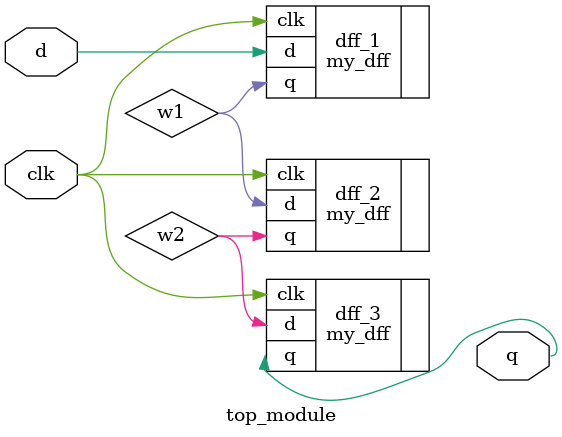
<source format=v>
module top_module(
    input clk,
    input d,
    output q
);

    wire w1, w2;
    my_dff dff_1(.q(w1), .clk(clk), .d(d));
    my_dff dff_2(.q(w2), .clk(clk), .d(w1));
    my_dff dff_3(.q(q), .clk(clk), .d(w2));

endmodule
</source>
